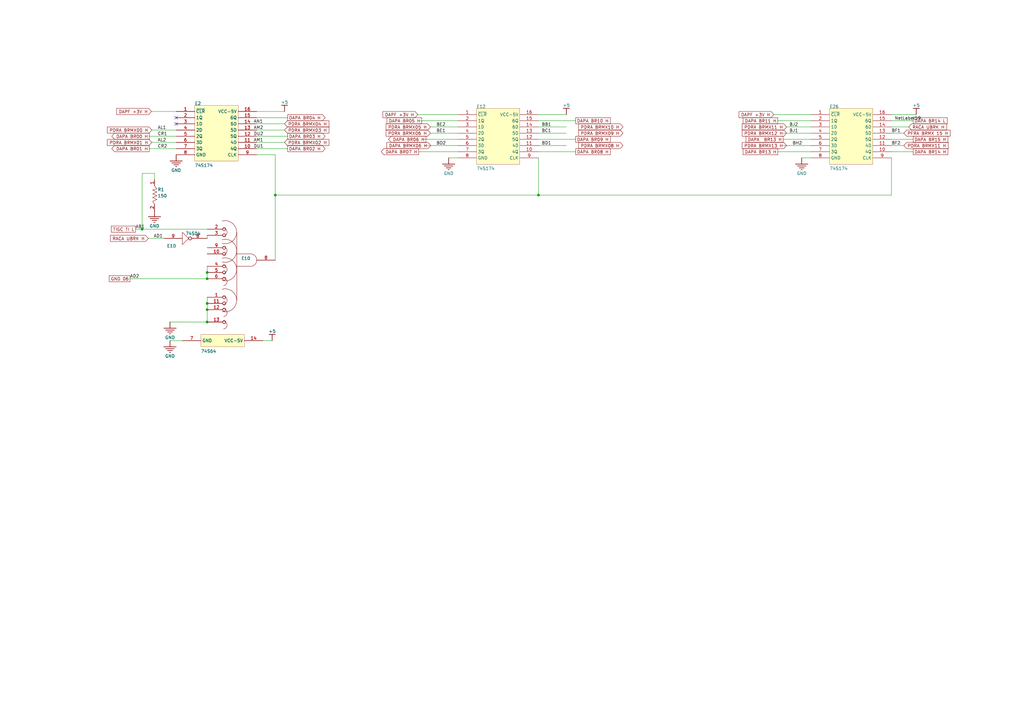
<source format=kicad_sch>
(kicad_sch (version 20250114) (generator "eeschema") (generator_version "9.0")
  (paper "A3")
  (title_block (title "Bus Registers") (date "2025-01-19") (rev "1"))
  (lib_symbols
    (symbol "Untitled-altium-import:+5_BAR" (power)
      (property "Value" "+5" (at 0 -3.81 0))
      (symbol "+5_BAR_0_0"
        (polyline (pts (xy -1.27 -2.54) (xy 1.27 -2.54)) (stroke (width 0.254)))
        (polyline (pts (xy 0 0) (xy 0 -2.54)) (stroke (width 0.254)))
        (pin power_in line (at 0 0 0) (length 0) (hide yes) (name "+5") (number ""))
      )
    )
    (symbol "Untitled-altium-import:GND_POWER_GROUND" (power)
      (property "Value" "GND" (at 0 -6.35 0))
      (symbol "GND_POWER_GROUND_0_0"
        (polyline (pts (xy -2.54 -2.54) (xy 2.54 -2.54)) (stroke (width 0.254)))
        (polyline (pts (xy -1.778 -3.302) (xy 1.778 -3.302)) (stroke (width 0.254)))
        (polyline (pts (xy -1.016 -4.064) (xy 1.016 -4.064)) (stroke (width 0.254)))
        (polyline (pts (xy -0.254 -4.826) (xy 0.254 -4.826)) (stroke (width 0.254)))
        (polyline (pts (xy 0 0) (xy 0 -2.54)) (stroke (width 0.254)))
        (pin power_in line (at 0 0 0) (length 0) (hide yes) (name "GND") (number ""))
      )
    )
    (symbol "Untitled-altium-import:root_0_74S04"
      (symbol "root_0_74S04_1_0"
        (polyline (pts (xy 7.62 -2.54) (xy 7.62 2.54) (xy 10.16 0) (xy 7.62 -2.54)))
        (pin input line (at 0 0 0) (length 7.62) (name "1A") (number "1"))
        (pin passive inverted (at 17.78 0 180) (length 7.62) (name "1Y") (number "2"))
      )
      (symbol "root_0_74S04_2_0"
        (polyline (pts (xy 7.62 -2.54) (xy 7.62 2.54) (xy 10.16 0) (xy 7.62 -2.54)))
        (pin input line (at 0 0 0) (length 7.62) (name "1A") (number "3"))
        (pin passive inverted (at 17.78 0 180) (length 7.62) (name "1Y") (number "4"))
      )
      (symbol "root_0_74S04_3_0"
        (polyline (pts (xy 7.62 -2.54) (xy 7.62 2.54) (xy 10.16 0) (xy 7.62 -2.54)))
        (pin input line (at 0 0 0) (length 7.62) (name "3A") (number "5"))
        (pin passive inverted (at 17.78 0 180) (length 7.62) (name "3Y") (number "6"))
      )
      (symbol "root_0_74S04_4_0"
        (polyline (pts (xy 7.62 -2.54) (xy 7.62 2.54) (xy 10.16 0) (xy 7.62 -2.54)))
        (pin input line (at 0 0 0) (length 7.62) (name "4A") (number "9"))
        (pin passive inverted (at 17.78 0 180) (length 7.62) (name "4Y") (number "8"))
      )
      (symbol "root_0_74S04_5_0"
        (polyline (pts (xy 7.62 -2.54) (xy 7.62 2.54) (xy 10.16 0) (xy 7.62 -2.54)))
        (pin input line (at 0 0 0) (length 7.62) (name "5A") (number "11"))
        (pin passive inverted (at 17.78 0 180) (length 7.62) (name "5Y") (number "10"))
      )
      (symbol "root_0_74S04_7_0"
        (polyline (pts (xy 7.62 -2.54) (xy 7.62 2.54) (xy 10.16 0) (xy 7.62 -2.54)))
        (pin input line (at 0 0 0) (length 7.62) (name "6A") (number "13"))
        (pin passive inverted (at 17.78 0 180) (length 7.62) (name "6Y") (number "12"))
      )
      (symbol "root_0_74S04_8_0"
        (rectangle (start 17.78 2.54) (end 0 -2.54) (stroke (width 0.0254) (color 128 0 0 1)) (fill (type background)))
        (pin passive line (at -7.62 0 0) (length 7.62) (name "GND") (number "7"))
        (pin passive line (at 25.4 0 180) (length 7.62) (name "VCC-5V") (number "14"))
      )
    )
    (symbol "Untitled-altium-import:root_0_74S174"
      (symbol "root_0_74S174_1_0"
        (rectangle (start 17.78 22.86) (end 0 0) (stroke (width 0.0254) (color 128 0 0 1)) (fill (type background)))
        (pin passive line (at -7.62 20.32 0) (length 7.62) (name "~{CLR}") (number "1"))
        (pin passive line (at -7.62 17.78 0) (length 7.62) (name "1Q") (number "2"))
        (pin passive line (at -7.62 15.24 0) (length 7.62) (name "1D") (number "3"))
        (pin passive line (at -7.62 12.7 0) (length 7.62) (name "2D") (number "4"))
        (pin passive line (at -7.62 10.16 0) (length 7.62) (name "2Q") (number "5"))
        (pin passive line (at -7.62 7.62 0) (length 7.62) (name "3D") (number "6"))
        (pin passive line (at -7.62 5.08 0) (length 7.62) (name "3Q") (number "7"))
        (pin passive line (at -7.62 2.54 0) (length 7.62) (name "GND") (number "8"))
        (pin passive line (at 25.4 20.32 180) (length 7.62) (name "VCC-5V") (number "16"))
        (pin passive line (at 25.4 17.78 180) (length 7.62) (name "6Q") (number "15"))
        (pin passive line (at 25.4 15.24 180) (length 7.62) (name "6D") (number "14"))
        (pin passive line (at 25.4 12.7 180) (length 7.62) (name "5D") (number "13"))
        (pin passive line (at 25.4 10.16 180) (length 7.62) (name "5Q") (number "12"))
        (pin passive line (at 25.4 7.62 180) (length 7.62) (name "4D") (number "11"))
        (pin passive line (at 25.4 5.08 180) (length 7.62) (name "4Q") (number "10"))
        (pin passive line (at 25.4 2.54 180) (length 7.62) (name "CLK") (number "9"))
      )
    )
    (symbol "Untitled-altium-import:root_0_74S64"
      (symbol "root_0_74S64_1_0"
        (arc (start 9.1869 48.5604) (mid 10.7143 47.0356) (end 9.2779 45.4247))
        (arc (start 9.1869 40.9404) (mid 10.7143 39.4156) (end 9.2779 37.8047))
        (arc (start 9.1869 33.3204) (mid 10.7143 31.7956) (end 9.2779 30.1847))
        (arc (start 9.1869 28.2404) (mid 10.7143 26.7156) (end 9.2779 25.1047))
        (arc (start 9.1869 20.6204) (mid 10.7143 19.0956) (end 9.2779 17.4847))
        (arc (start 9.1869 15.5404) (mid 10.7143 14.0156) (end 9.2779 12.4047))
        (arc (start 9.1869 10.4604) (mid 10.7143 8.9356) (end 9.2779 7.3247))
        (arc (start 8.6699 51.5525) (mid 14.633 46.9864) (end 8.663 42.4293))
        (arc (start 8.6699 43.9325) (mid 14.633 39.3664) (end 8.663 34.8093))
        (arc (start 8.6699 36.3125) (mid 14.633 31.7464) (end 8.663 27.1893))
        (arc (start 8.6699 23.6125) (mid 14.633 19.0464) (end 8.663 14.4893))
        (polyline (pts (xy 14.732 46.99) (xy 14.732 19.05)))
        (rectangle (start 17.78 5.08) (end 0 0) (stroke (width 0.0254) (color 128 0 0 1)) (fill (type background)))
        (polyline (pts (xy 20.32 38.1) (xy 14.732 38.1)))
        (arc (start 20.4416 38.1111) (mid 22.874 35.5732) (end 20.4679 33.0103))
        (polyline (pts (xy 20.32 33.02) (xy 14.732 33.02)))
        (pin passive line (at -7.62 2.54 0) (length 7.62) (name "GND") (number "7"))
        (pin passive inverted (at 2.54 48.26 0) (length 7.62) (name "E") (number "2"))
        (pin passive inverted (at 2.54 45.72 0) (length 7.62) (name "F") (number "3"))
        (pin passive inverted (at 2.54 40.64 0) (length 7.62) (name "J") (number "9"))
        (pin passive inverted (at 2.54 38.1 0) (length 7.62) (name "K") (number "10"))
        (pin passive inverted (at 2.54 33.02 0) (length 7.62) (name "G") (number "4"))
        (pin passive inverted (at 2.54 30.48 0) (length 7.62) (name "H") (number "5"))
        (pin passive inverted (at 2.54 27.94 0) (length 7.62) (name "I") (number "6"))
        (pin passive inverted (at 2.54 20.32 0) (length 7.62) (name "A") (number "1"))
        (pin passive inverted (at 2.54 17.78 0) (length 7.62) (name "B") (number "11"))
        (pin passive inverted (at 2.54 15.24 0) (length 7.62) (name "C") (number "12"))
        (pin passive inverted (at 2.54 10.16 0) (length 7.62) (name "D") (number "13"))
        (pin passive line (at 25.4 2.54 180) (length 7.62) (name "VCC-5V") (number "14"))
        (pin passive line (at 30.48 35.56 180) (length 7.62) (name "Y") (number "8"))
      )
    )
    (symbol "Untitled-altium-import:root_3_Resistor" (pin_names (hide yes))
      (symbol "root_3_Resistor_1_0"
        (polyline (pts (xy -0.762 -4.318) (xy 1.016 -3.81) (xy 0 -2.54)))
        (polyline (pts (xy -0.762 -4.318) (xy 1.016 -5.08) (xy -0.762 -5.842) (xy 1.016 -6.604)))
        (polyline (pts (xy -0.762 -7.366) (xy 1.016 -6.604)))
        (polyline (pts (xy -0.762 -7.366) (xy 1.016 -8.128) (xy -0.762 -8.89)))
        (polyline (pts (xy -0.762 -8.89) (xy 0 -10.16)))
        (pin passive line (at 0 0 270) (length 2.54) (name "") (number "1"))
        (pin passive line (at 0 -12.7 90) (length 2.54) (name "") (number "2"))
      )
    )
  )
  (junction (at 58.292 93.98))
  (junction (at 84.962 111.76))
  (junction (at 220.852 80.01))
  (junction (at 84.962 132.08))
  (junction (at 84.962 114.3))
  (junction (at 84.962 124.46))
  (junction (at 84.962 127))
  (junction (at 112.902 80.01))
  (no_connect (at 72.262 50.8))
  (no_connect (at 72.262 48.26))
  (wire (pts (xy 58.292 71.12) (xy 63.372 71.12)))
  (wire (pts (xy 63.372 71.12) (xy 63.372 73.66)))
  (wire (pts (xy 176.545 52.07) (xy 187.832 52.07)))
  (wire (pts (xy 172.976 57.15) (xy 187.832 57.15)))
  (wire (pts (xy 62.245 53.34) (xy 72.262 53.34)))
  (wire (pts (xy 69.722 132.08) (xy 84.962 132.08)))
  (wire (pts (xy 105.282 63.5) (xy 112.902 63.5)))
  (wire (pts (xy 236.092 49.53) (xy 220.852 49.53)))
  (wire (pts (xy 58.292 93.98) (xy 84.962 93.98)))
  (wire (pts (xy 370.712 59.69) (xy 365.632 59.69)))
  (wire (pts (xy 117.982 55.88) (xy 105.282 55.88)))
  (wire (pts (xy 365.632 80.01) (xy 220.852 80.01)))
  (wire (pts (xy 84.962 121.92) (xy 84.962 124.46)))
  (wire (pts (xy 62.102 45.72) (xy 72.262 45.72)))
  (wire (pts (xy 117.982 60.96) (xy 105.282 60.96)))
  (wire (pts (xy 69.722 139.7) (xy 74.802 139.7)))
  (wire (pts (xy 112.902 80.01) (xy 220.852 80.01)))
  (wire (pts (xy 84.962 127) (xy 84.962 132.08)))
  (wire (pts (xy 236.092 57.15) (xy 220.852 57.15)))
  (wire (pts (xy 172.592 49.53) (xy 187.832 49.53)))
  (wire (pts (xy 328.802 64.77) (xy 332.612 64.77)))
  (wire (pts (xy 111.632 139.7) (xy 107.822 139.7)))
  (wire (pts (xy 365.632 52.07) (xy 372.713 52.07)))
  (wire (pts (xy 236.092 62.23) (xy 220.852 62.23)))
  (wire (pts (xy 84.962 124.46) (xy 84.962 127)))
  (wire (pts (xy 61.216 55.88) (xy 72.262 55.88)))
  (wire (pts (xy 374.522 49.53) (xy 365.632 49.53)))
  (wire (pts (xy 84.962 97.79) (xy 84.962 96.52)))
  (wire (pts (xy 55.606 93.98) (xy 58.292 93.98)))
  (wire (pts (xy 112.902 106.68) (xy 112.902 80.01)))
  (wire (pts (xy 370.712 54.61) (xy 365.632 54.61)))
  (wire (pts (xy 232.282 52.07) (xy 220.852 52.07)))
  (wire (pts (xy 61.216 60.96) (xy 72.262 60.96)))
  (wire (pts (xy 321.182 59.69) (xy 332.612 59.69)))
  (wire (pts (xy 317.372 46.99) (xy 332.612 46.99)))
  (wire (pts (xy 374.522 62.23) (xy 365.632 62.23)))
  (wire (pts (xy 321.182 54.61) (xy 332.612 54.61)))
  (wire (pts (xy 232.282 59.69) (xy 220.852 59.69)))
  (wire (pts (xy 319.026 49.53) (xy 332.612 49.53)))
  (wire (pts (xy 220.852 80.01) (xy 220.852 64.77)))
  (wire (pts (xy 116.712 50.8) (xy 105.282 50.8)))
  (wire (pts (xy 117.982 48.26) (xy 105.282 48.26)))
  (wire (pts (xy 375.792 46.99) (xy 365.632 46.99)))
  (wire (pts (xy 321.182 57.15) (xy 332.612 57.15)))
  (wire (pts (xy 184.022 64.77) (xy 187.832 64.77)))
  (wire (pts (xy 116.712 58.42) (xy 105.282 58.42)))
  (wire (pts (xy 62.245 58.42) (xy 72.262 58.42)))
  (wire (pts (xy 171.322 46.99) (xy 187.832 46.99)))
  (wire (pts (xy 84.962 111.76) (xy 84.962 114.3)))
  (wire (pts (xy 60.832 97.79) (xy 67.182 97.79)))
  (wire (pts (xy 112.902 63.5) (xy 112.902 80.01)))
  (wire (pts (xy 84.962 109.22) (xy 84.962 111.76)))
  (wire (pts (xy 365.632 64.77) (xy 365.632 80.01)))
  (wire (pts (xy 58.292 93.98) (xy 58.292 71.12)))
  (wire (pts (xy 176.545 54.61) (xy 187.832 54.61)))
  (wire (pts (xy 322.595 52.07) (xy 332.612 52.07)))
  (wire (pts (xy 116.712 53.34) (xy 105.282 53.34)))
  (wire (pts (xy 171.706 62.23) (xy 187.832 62.23)))
  (wire (pts (xy 53.34 114.3) (xy 84.962 114.3)))
  (wire (pts (xy 374.522 57.15) (xy 365.632 57.15)))
  (wire (pts (xy 105.282 45.72) (xy 116.712 45.72)))
  (wire (pts (xy 232.282 54.61) (xy 220.852 54.61)))
  (wire (pts (xy 220.852 46.99) (xy 232.282 46.99)))
  (wire (pts (xy 319.026 62.23) (xy 332.612 62.23)))
  (wire (pts (xy 174.005 59.69) (xy 187.832 59.69)))
  (label "BE1" (at 178.942 54.61 0))
  (label "AM1" (at 104.012 58.42 0))
  (label "BD2" (at 178.942 59.69 0))
  (label "BF1" (at 365.632 54.61 0))
  (label "BJ1" (at 323.722 54.61 0))
  (label "BF2" (at 365.632 59.69 0))
  (label "CR2" (at 64.642 60.96 0))
  (label "DU2" (at 104.012 55.88 0))
  (label "DU1" (at 104.012 60.96 0))
  (label "BC1" (at 222.122 54.61 0))
  (label "BB1" (at 222.122 52.07 0))
  (label "AL1" (at 64.642 53.34 0))
  (label "BE2" (at 178.942 52.07 0))
  (label "AD1" (at 63.002 97.79 0))
  (label "AN1" (at 104.012 50.8 0))
  (label "BH2" (at 324.992 59.69 0))
  (label "BD1" (at 222.122 59.69 0))
  (label "BJ2" (at 323.722 52.07 0))
  (label "AD2" (at 53.34 114.3 0))
  (label "" (at 323.722 57.15 0))
  (label "AL2" (at 64.642 58.42 0))
  (label "AM2" (at 104.012 53.34 0))
  (label "AB1" (at 55.606 93.98 0))
  (label "NetLabel59" (at 366.902 49.53 0))
  (label "CR1" (at 64.642 55.88 0))
  (global_label "RACA UBRK H" (shape input) (at 60.832 97.79 180) (property "Intersheetrefs" "${INTERSHEET_REFS}" (at 44.7234 97.79 0) (effects (justify right))))
  (global_label "DAPA BR05 H" (shape passive) (at 172.976 49.53 180) (property "Intersheetrefs" "${INTERSHEET_REFS}" (at 158.1602 49.53 0) (effects (justify right))))
  (global_label "PDRA BRMX01 H" (shape input) (at 62.245 58.42 180) (property "Intersheetrefs" "${INTERSHEET_REFS}" (at 43.4756 58.42 0) (effects (justify right))))
  (global_label "PDRA BRMX13 H" (shape input) (at 322.595 59.69 180) (property "Intersheetrefs" "${INTERSHEET_REFS}" (at 303.8256 59.69 0) (effects (justify right))))
  (global_label "PDRA BRMX04 H" (shape input) (at 116.712 50.8 0) (property "Intersheetrefs" "${INTERSHEET_REFS}" (at 135.4814 50.8 0) (effects (justify left))))
  (global_label "DAPA BRMX06 H" (shape input) (at 176.672 59.69 180) (property "Intersheetrefs" "${INTERSHEET_REFS}" (at 158.084 59.69 0) (effects (justify right))))
  (global_label "DAPA BR15 H" (shape passive) (at 374.522 57.15 0) (property "Intersheetrefs" "${INTERSHEET_REFS}" (at 389.3378 57.15 0) (effects (justify left))))
  (global_label "PDRA BRMX02 H" (shape input) (at 116.712 58.42 0) (property "Intersheetrefs" "${INTERSHEET_REFS}" (at 135.4814 58.42 0) (effects (justify left))))
  (global_label "TIGC TI L" (shape passive) (at 55.606 93.98 180) (property "Intersheetrefs" "${INTERSHEET_REFS}" (at 45.084 93.98 0) (effects (justify right))))
  (global_label "DAPA BR08 H" (shape passive) (at 236.092 62.23 0) (property "Intersheetrefs" "${INTERSHEET_REFS}" (at 250.9078 62.23 0) (effects (justify left))))
  (global_label "PFRA BRMX 15 H" (shape input) (at 370.712 54.61 0) (property "Intersheetrefs" "${INTERSHEET_REFS}" (at 390.2676 54.61 0) (effects (justify left))))
  (global_label "PDRA BRMX00 H" (shape input) (at 62.245 53.34 180) (property "Intersheetrefs" "${INTERSHEET_REFS}" (at 43.4756 53.34 0) (effects (justify right))))
  (global_label "DAPA BR10 H" (shape passive) (at 236.092 49.53 0) (property "Intersheetrefs" "${INTERSHEET_REFS}" (at 250.9078 49.53 0) (effects (justify left))))
  (global_label "DAPA BR07 H" (shape output) (at 171.706 62.23 180) (property "Intersheetrefs" "${INTERSHEET_REFS}" (at 155.7789 62.23 0) (effects (justify right))))
  (global_label "GND 06" (shape passive) (at 53.34 114.3 180) (property "Intersheetrefs" "${INTERSHEET_REFS}" (at 44.209 114.3 0) (effects (justify right))))
  (global_label "DAPF +3V H" (shape input) (at 171.322 46.99 180) (property "Intersheetrefs" "${INTERSHEET_REFS}" (at 156.4834 46.99 0) (effects (justify right))))
  (global_label "DAPA BR06 H" (shape output) (at 174.702 57.15 180) (property "Intersheetrefs" "${INTERSHEET_REFS}" (at 158.7749 57.15 0) (effects (justify right))))
  (global_label "PDRA BRMX09 H" (shape input) (at 255.526 54.61 180) (property "Intersheetrefs" "${INTERSHEET_REFS}" (at 236.7566 54.61 0) (effects (justify right))))
  (global_label "DAPA BR01 H" (shape output) (at 61.216 60.96 180) (property "Intersheetrefs" "${INTERSHEET_REFS}" (at 45.2889 60.96 0) (effects (justify right))))
  (global_label "PDRA BRMX11 H" (shape input) (at 322.595 52.07 180) (property "Intersheetrefs" "${INTERSHEET_REFS}" (at 303.8256 52.07 0) (effects (justify right))))
  (global_label "PDRA BRMX06 H" (shape input) (at 176.545 54.61 180) (property "Intersheetrefs" "${INTERSHEET_REFS}" (at 157.7756 54.61 0) (effects (justify right))))
  (global_label "DAPA BR04 H" (shape output) (at 117.982 48.26 0) (property "Intersheetrefs" "${INTERSHEET_REFS}" (at 133.9091 48.26 0) (effects (justify left))))
  (global_label "DAPA BR03 H" (shape output) (at 117.982 55.88 0) (property "Intersheetrefs" "${INTERSHEET_REFS}" (at 133.9091 55.88 0) (effects (justify left))))
  (global_label "DAPA BR09 H" (shape passive) (at 236.092 57.15 0) (property "Intersheetrefs" "${INTERSHEET_REFS}" (at 250.9078 57.15 0) (effects (justify left))))
  (global_label "PDRA BRMX03 H" (shape input) (at 116.712 53.34 0) (property "Intersheetrefs" "${INTERSHEET_REFS}" (at 135.4814 53.34 0) (effects (justify left))))
  (global_label "DAPA BR14 L" (shape passive) (at 374.522 49.53 0) (property "Intersheetrefs" "${INTERSHEET_REFS}" (at 389.0354 49.53 0) (effects (justify left))))
  (global_label "PDRA BRMX08 H" (shape input) (at 255.526 59.69 180) (property "Intersheetrefs" "${INTERSHEET_REFS}" (at 236.7566 59.69 0) (effects (justify right))))
  (global_label "DAPF +3V H" (shape input) (at 62.102 45.72 180) (property "Intersheetrefs" "${INTERSHEET_REFS}" (at 47.2634 45.72 0) (effects (justify right))))
  (global_label "DAPA BR14 H" (shape passive) (at 374.522 62.23 0) (property "Intersheetrefs" "${INTERSHEET_REFS}" (at 389.3378 62.23 0) (effects (justify left))))
  (global_label "PDRA BRMX10 H" (shape input) (at 255.526 52.07 180) (property "Intersheetrefs" "${INTERSHEET_REFS}" (at 236.7566 52.07 0) (effects (justify right))))
  (global_label "DAPA BR02 H" (shape output) (at 117.982 60.96 0) (property "Intersheetrefs" "${INTERSHEET_REFS}" (at 133.9091 60.96 0) (effects (justify left))))
  (global_label "DAPA BR11 H" (shape passive) (at 319.026 49.53 180) (property "Intersheetrefs" "${INTERSHEET_REFS}" (at 304.2102 49.53 0) (effects (justify right))))
  (global_label "DAPA BR00 H" (shape output) (at 61.216 55.88 180) (property "Intersheetrefs" "${INTERSHEET_REFS}" (at 45.2889 55.88 0) (effects (justify right))))
  (global_label "DAPA  BR13 H" (shape passive) (at 321.182 57.15 180) (property "Intersheetrefs" "${INTERSHEET_REFS}" (at 305.3986 57.15 0) (effects (justify right))))
  (global_label "PDRA BRMX11 H" (shape input) (at 370.712 59.69 0) (property "Intersheetrefs" "${INTERSHEET_REFS}" (at 389.4814 59.69 0) (effects (justify left))))
  (global_label "PDRA BRMX05 H" (shape input) (at 176.545 52.07 180) (property "Intersheetrefs" "${INTERSHEET_REFS}" (at 157.7756 52.07 0) (effects (justify right))))
  (global_label "PDRA BRMX12 H" (shape input) (at 322.595 54.61 180) (property "Intersheetrefs" "${INTERSHEET_REFS}" (at 303.8256 54.61 0) (effects (justify right))))
  (global_label "DAPF +3V H" (shape input) (at 317.372 46.99 180) (property "Intersheetrefs" "${INTERSHEET_REFS}" (at 302.5334 46.99 0) (effects (justify right))))
  (global_label "RACA UBRK H" (shape input) (at 372.713 52.07 0) (property "Intersheetrefs" "${INTERSHEET_REFS}" (at 388.8216 52.07 0) (effects (justify left))))
  (global_label "DAPA BR13 H" (shape passive) (at 319.026 62.23 180) (property "Intersheetrefs" "${INTERSHEET_REFS}" (at 304.2102 62.23 0) (effects (justify right))))
  (symbol (lib_id "Untitled-altium-import:root_0_74S174") (at 79.882 66.04 0) (unit 1)
    (property "Reference" "E2" (at 79.882 43.18 0) (effects (justify left bottom)))
    (property "Value" "74S174" (at 79.882 68.58 0) (effects (justify left bottom)))
    (property "Footprint" "DIP16-300" (effects (hide yes)))
    (property "SUPPLIER 1" "Rochester Electronics" (effects (hide yes)))
    (property "SUPPLIER PART NUMBER 1" "SN74S174N" (effects (hide yes)))
  )
  (symbol (lib_id "Untitled-altium-import:+5_BAR") (at 232.282 46.99 180) (unit 1)
    (property "Reference" "#PWR0119" (effects (hide yes)))
    (property "Value" "+5" (at 232.282 43.18 0))
  )
  (symbol (lib_id "Untitled-altium-import:root_0_74S64") (at 82.422 142.24 0) (unit 1)
    (property "Reference" "E10" (at 98.932 106.68 0) (effects (justify left bottom)))
    (property "Value" "74S64" (at 82.422 144.78 0) (effects (justify left bottom)))
    (property "Footprint" "DIP14-300" (effects (hide yes)))
  )
  (symbol (lib_id "Untitled-altium-import:GND_POWER_GROUND") (at 72.262 63.5 0) (unit 1)
    (property "Reference" "#PWR0115" (effects (hide yes)))
    (property "Value" "GND" (at 72.262 69.85 0))
  )
  (symbol (lib_id "Untitled-altium-import:GND_POWER_GROUND") (at 184.022 64.77 0) (unit 1)
    (property "Reference" "#PWR0118" (effects (hide yes)))
    (property "Value" "GND" (at 184.022 71.12 0))
  )
  (symbol (lib_id "Untitled-altium-import:root_3_Resistor") (at 63.372 73.66 0) (unit 1)
    (property "Reference" "R1" (at 64.642 78.486 0) (effects (justify left bottom)))
    (property "Value" "150" (at 64.642 81.026 0) (effects (justify left bottom)))
    (property "Footprint" "Axial 0.6" (effects (hide yes)))
    (property "SUPPLIER 1" "Digikey" (effects (hide yes)))
    (property "SUPPLIER PART NUMBER 1" "2019-CF1/4C561J-ND" (effects (hide yes)))
    (property "SUPPLIER 2" "Digikey" (effects (hide yes)))
    (property "SUPPLIER PART NUMBER 2" "273-OK1515E-R52CT-ND" (effects (hide yes)))
  )
  (symbol (lib_id "Untitled-altium-import:+5_BAR") (at 111.632 139.7 180) (unit 1)
    (property "Reference" "#PWR0116" (effects (hide yes)))
    (property "Value" "+5" (at 111.632 135.89 0))
  )
  (symbol (lib_id "Untitled-altium-import:root_0_74S174") (at 340.232 67.31 0) (unit 1)
    (property "Reference" "E26" (at 340.232 44.45 0) (effects (justify left bottom)))
    (property "Value" "74S174" (at 340.232 69.85 0) (effects (justify left bottom)))
    (property "Footprint" "DIP16-300" (effects (hide yes)))
    (property "SUPPLIER 1" "Rochester Electronics" (effects (hide yes)))
    (property "SUPPLIER PART NUMBER 1" "SN74S174N" (effects (hide yes)))
  )
  (symbol (lib_id "Untitled-altium-import:root_0_74S04") (at 67.182 97.79 0) (unit 4)
    (property "Reference" "E1" (at 68.452 101.6 0) (effects (justify left bottom)))
    (property "Value" "74S04" (at 76.072 96.52 0) (effects (justify left bottom)))
    (property "Footprint" "DIP14-300" (effects (hide yes)))
    (property "SUPPLIER 1" "Mouser" (effects (hide yes)))
    (property "SUPPLIER PART NUMBER 1" "595-SN74S04N" (effects (hide yes)))
  )
  (symbol (lib_id "Untitled-altium-import:root_0_74S174") (at 195.452 67.31 0) (unit 1)
    (property "Reference" "E12" (at 195.452 44.45 0) (effects (justify left bottom)))
    (property "Value" "74S174" (at 195.452 69.85 0) (effects (justify left bottom)))
    (property "Footprint" "DIP16-300" (effects (hide yes)))
    (property "SUPPLIER 1" "Rochester Electronics" (effects (hide yes)))
    (property "SUPPLIER PART NUMBER 1" "SN74S174N" (effects (hide yes)))
  )
  (symbol (lib_id "Untitled-altium-import:GND_POWER_GROUND") (at 328.802 64.77 0) (unit 1)
    (property "Reference" "#PWR0120" (effects (hide yes)))
    (property "Value" "GND" (at 328.802 71.12 0))
  )
  (symbol (lib_id "Untitled-altium-import:GND_POWER_GROUND") (at 69.722 132.08 0) (unit 1)
    (property "Reference" "#PWR0113" (effects (hide yes)))
    (property "Value" "GND" (at 69.722 138.43 0))
  )
  (symbol (lib_id "Untitled-altium-import:+5_BAR") (at 116.712 45.72 180) (unit 1)
    (property "Reference" "#PWR0117" (effects (hide yes)))
    (property "Value" "+5" (at 116.712 41.91 0))
  )
  (symbol (lib_id "Untitled-altium-import:+5_BAR") (at 375.792 46.99 180) (unit 1)
    (property "Reference" "#PWR0121" (effects (hide yes)))
    (property "Value" "+5" (at 375.792 43.18 0))
  )
  (symbol (lib_id "Untitled-altium-import:GND_POWER_GROUND") (at 63.372 86.36 0) (unit 1)
    (property "Reference" "#PWR0112" (effects (hide yes)))
    (property "Value" "GND" (at 63.372 92.71 0))
  )
  (symbol (lib_id "Untitled-altium-import:GND_POWER_GROUND") (at 69.722 139.7 0) (unit 1)
    (property "Reference" "#PWR0114" (effects (hide yes)))
    (property "Value" "GND" (at 69.722 146.05 0))
  )
)
</source>
